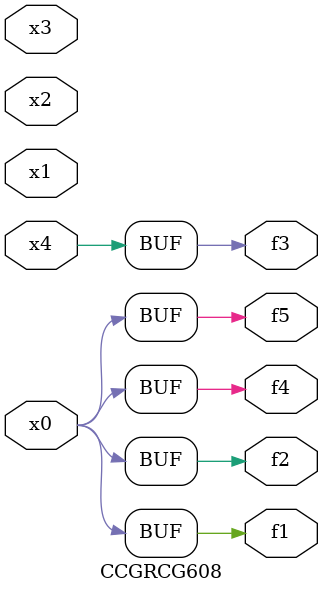
<source format=v>
module CCGRCG608(
	input x0, x1, x2, x3, x4,
	output f1, f2, f3, f4, f5
);
	assign f1 = x0;
	assign f2 = x0;
	assign f3 = x4;
	assign f4 = x0;
	assign f5 = x0;
endmodule

</source>
